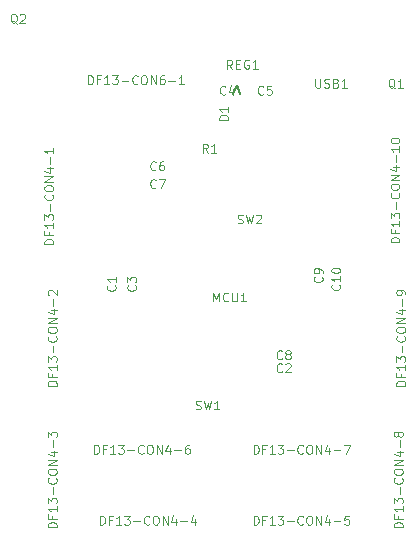
<source format=gto>
G04 (created by PCBNEW (25-Oct-2014 BZR 4029)-stable) date Fri 14 Aug 2015 02:05:26 PM EDT*
%MOIN*%
G04 Gerber Fmt 3.4, Leading zero omitted, Abs format*
%FSLAX34Y34*%
G01*
G70*
G90*
G04 APERTURE LIST*
%ADD10C,0.00393701*%
%ADD11C,0.00492126*%
%ADD12C,0.00590551*%
G04 APERTURE END LIST*
G54D10*
G54D11*
X45655Y-48741D02*
X45655Y-48446D01*
X45725Y-48446D01*
X45767Y-48460D01*
X45795Y-48488D01*
X45809Y-48516D01*
X45823Y-48572D01*
X45823Y-48615D01*
X45809Y-48671D01*
X45795Y-48699D01*
X45767Y-48727D01*
X45725Y-48741D01*
X45655Y-48741D01*
X46048Y-48586D02*
X45950Y-48586D01*
X45950Y-48741D02*
X45950Y-48446D01*
X46091Y-48446D01*
X46358Y-48741D02*
X46189Y-48741D01*
X46273Y-48741D02*
X46273Y-48446D01*
X46245Y-48488D01*
X46217Y-48516D01*
X46189Y-48530D01*
X46456Y-48446D02*
X46639Y-48446D01*
X46541Y-48558D01*
X46583Y-48558D01*
X46611Y-48572D01*
X46625Y-48586D01*
X46639Y-48615D01*
X46639Y-48685D01*
X46625Y-48713D01*
X46611Y-48727D01*
X46583Y-48741D01*
X46498Y-48741D01*
X46470Y-48727D01*
X46456Y-48713D01*
X46766Y-48629D02*
X46991Y-48629D01*
X47300Y-48713D02*
X47286Y-48727D01*
X47244Y-48741D01*
X47215Y-48741D01*
X47173Y-48727D01*
X47145Y-48699D01*
X47131Y-48671D01*
X47117Y-48615D01*
X47117Y-48572D01*
X47131Y-48516D01*
X47145Y-48488D01*
X47173Y-48460D01*
X47215Y-48446D01*
X47244Y-48446D01*
X47286Y-48460D01*
X47300Y-48474D01*
X47483Y-48446D02*
X47539Y-48446D01*
X47567Y-48460D01*
X47595Y-48488D01*
X47609Y-48544D01*
X47609Y-48643D01*
X47595Y-48699D01*
X47567Y-48727D01*
X47539Y-48741D01*
X47483Y-48741D01*
X47455Y-48727D01*
X47426Y-48699D01*
X47412Y-48643D01*
X47412Y-48544D01*
X47426Y-48488D01*
X47455Y-48460D01*
X47483Y-48446D01*
X47736Y-48741D02*
X47736Y-48446D01*
X47904Y-48741D01*
X47904Y-48446D01*
X48172Y-48544D02*
X48172Y-48741D01*
X48101Y-48432D02*
X48031Y-48643D01*
X48214Y-48643D01*
X48326Y-48629D02*
X48551Y-48629D01*
X48818Y-48544D02*
X48818Y-48741D01*
X48748Y-48432D02*
X48678Y-48643D01*
X48861Y-48643D01*
X49419Y-41300D02*
X49419Y-41005D01*
X49517Y-41216D01*
X49616Y-41005D01*
X49616Y-41300D01*
X49925Y-41272D02*
X49911Y-41286D01*
X49869Y-41300D01*
X49841Y-41300D01*
X49798Y-41286D01*
X49770Y-41258D01*
X49756Y-41230D01*
X49742Y-41174D01*
X49742Y-41131D01*
X49756Y-41075D01*
X49770Y-41047D01*
X49798Y-41019D01*
X49841Y-41005D01*
X49869Y-41005D01*
X49911Y-41019D01*
X49925Y-41033D01*
X50052Y-41005D02*
X50052Y-41244D01*
X50066Y-41272D01*
X50080Y-41286D01*
X50108Y-41300D01*
X50164Y-41300D01*
X50192Y-41286D01*
X50206Y-41272D01*
X50220Y-41244D01*
X50220Y-41005D01*
X50516Y-41300D02*
X50347Y-41300D01*
X50431Y-41300D02*
X50431Y-41005D01*
X50403Y-41047D01*
X50375Y-41075D01*
X50347Y-41089D01*
X52833Y-33879D02*
X52833Y-34118D01*
X52847Y-34146D01*
X52861Y-34160D01*
X52889Y-34174D01*
X52945Y-34174D01*
X52973Y-34160D01*
X52987Y-34146D01*
X53001Y-34118D01*
X53001Y-33879D01*
X53128Y-34160D02*
X53170Y-34174D01*
X53241Y-34174D01*
X53269Y-34160D01*
X53283Y-34146D01*
X53297Y-34118D01*
X53297Y-34090D01*
X53283Y-34062D01*
X53269Y-34048D01*
X53241Y-34034D01*
X53184Y-34019D01*
X53156Y-34005D01*
X53142Y-33991D01*
X53128Y-33963D01*
X53128Y-33935D01*
X53142Y-33907D01*
X53156Y-33893D01*
X53184Y-33879D01*
X53255Y-33879D01*
X53297Y-33893D01*
X53522Y-34019D02*
X53564Y-34034D01*
X53578Y-34048D01*
X53592Y-34076D01*
X53592Y-34118D01*
X53578Y-34146D01*
X53564Y-34160D01*
X53536Y-34174D01*
X53423Y-34174D01*
X53423Y-33879D01*
X53522Y-33879D01*
X53550Y-33893D01*
X53564Y-33907D01*
X53578Y-33935D01*
X53578Y-33963D01*
X53564Y-33991D01*
X53550Y-34005D01*
X53522Y-34019D01*
X53423Y-34019D01*
X53873Y-34174D02*
X53705Y-34174D01*
X53789Y-34174D02*
X53789Y-33879D01*
X53761Y-33921D01*
X53733Y-33949D01*
X53705Y-33963D01*
X50063Y-33544D02*
X49964Y-33404D01*
X49894Y-33544D02*
X49894Y-33249D01*
X50007Y-33249D01*
X50035Y-33263D01*
X50049Y-33277D01*
X50063Y-33305D01*
X50063Y-33347D01*
X50049Y-33375D01*
X50035Y-33390D01*
X50007Y-33404D01*
X49894Y-33404D01*
X50189Y-33390D02*
X50288Y-33390D01*
X50330Y-33544D02*
X50189Y-33544D01*
X50189Y-33249D01*
X50330Y-33249D01*
X50611Y-33263D02*
X50583Y-33249D01*
X50541Y-33249D01*
X50499Y-33263D01*
X50471Y-33291D01*
X50456Y-33319D01*
X50442Y-33375D01*
X50442Y-33418D01*
X50456Y-33474D01*
X50471Y-33502D01*
X50499Y-33530D01*
X50541Y-33544D01*
X50569Y-33544D01*
X50611Y-33530D01*
X50625Y-33516D01*
X50625Y-33418D01*
X50569Y-33418D01*
X50906Y-33544D02*
X50738Y-33544D01*
X50822Y-33544D02*
X50822Y-33249D01*
X50794Y-33291D01*
X50766Y-33319D01*
X50738Y-33333D01*
X55483Y-34202D02*
X55455Y-34188D01*
X55427Y-34160D01*
X55385Y-34118D01*
X55357Y-34104D01*
X55329Y-34104D01*
X55343Y-34174D02*
X55314Y-34160D01*
X55286Y-34132D01*
X55272Y-34076D01*
X55272Y-33977D01*
X55286Y-33921D01*
X55314Y-33893D01*
X55343Y-33879D01*
X55399Y-33879D01*
X55427Y-33893D01*
X55455Y-33921D01*
X55469Y-33977D01*
X55469Y-34076D01*
X55455Y-34132D01*
X55427Y-34160D01*
X55399Y-34174D01*
X55343Y-34174D01*
X55750Y-34174D02*
X55582Y-34174D01*
X55666Y-34174D02*
X55666Y-33879D01*
X55638Y-33921D01*
X55610Y-33949D01*
X55582Y-33963D01*
X42885Y-32037D02*
X42857Y-32023D01*
X42829Y-31995D01*
X42786Y-31953D01*
X42758Y-31938D01*
X42730Y-31938D01*
X42744Y-32009D02*
X42716Y-31995D01*
X42688Y-31967D01*
X42674Y-31910D01*
X42674Y-31812D01*
X42688Y-31756D01*
X42716Y-31728D01*
X42744Y-31714D01*
X42800Y-31714D01*
X42829Y-31728D01*
X42857Y-31756D01*
X42871Y-31812D01*
X42871Y-31910D01*
X42857Y-31967D01*
X42829Y-31995D01*
X42800Y-32009D01*
X42744Y-32009D01*
X42983Y-31742D02*
X42997Y-31728D01*
X43025Y-31714D01*
X43096Y-31714D01*
X43124Y-31728D01*
X43138Y-31742D01*
X43152Y-31770D01*
X43152Y-31798D01*
X43138Y-31840D01*
X42969Y-32009D01*
X43152Y-32009D01*
X45261Y-34056D02*
X45261Y-33761D01*
X45331Y-33761D01*
X45374Y-33775D01*
X45402Y-33803D01*
X45416Y-33831D01*
X45430Y-33887D01*
X45430Y-33929D01*
X45416Y-33986D01*
X45402Y-34014D01*
X45374Y-34042D01*
X45331Y-34056D01*
X45261Y-34056D01*
X45655Y-33901D02*
X45556Y-33901D01*
X45556Y-34056D02*
X45556Y-33761D01*
X45697Y-33761D01*
X45964Y-34056D02*
X45795Y-34056D01*
X45880Y-34056D02*
X45880Y-33761D01*
X45852Y-33803D01*
X45823Y-33831D01*
X45795Y-33845D01*
X46062Y-33761D02*
X46245Y-33761D01*
X46147Y-33873D01*
X46189Y-33873D01*
X46217Y-33887D01*
X46231Y-33901D01*
X46245Y-33929D01*
X46245Y-34000D01*
X46231Y-34028D01*
X46217Y-34042D01*
X46189Y-34056D01*
X46105Y-34056D01*
X46077Y-34042D01*
X46062Y-34028D01*
X46372Y-33944D02*
X46597Y-33944D01*
X46906Y-34028D02*
X46892Y-34042D01*
X46850Y-34056D01*
X46822Y-34056D01*
X46780Y-34042D01*
X46751Y-34014D01*
X46737Y-33986D01*
X46723Y-33929D01*
X46723Y-33887D01*
X46737Y-33831D01*
X46751Y-33803D01*
X46780Y-33775D01*
X46822Y-33761D01*
X46850Y-33761D01*
X46892Y-33775D01*
X46906Y-33789D01*
X47089Y-33761D02*
X47145Y-33761D01*
X47173Y-33775D01*
X47201Y-33803D01*
X47215Y-33859D01*
X47215Y-33958D01*
X47201Y-34014D01*
X47173Y-34042D01*
X47145Y-34056D01*
X47089Y-34056D01*
X47061Y-34042D01*
X47033Y-34014D01*
X47019Y-33958D01*
X47019Y-33859D01*
X47033Y-33803D01*
X47061Y-33775D01*
X47089Y-33761D01*
X47342Y-34056D02*
X47342Y-33761D01*
X47511Y-34056D01*
X47511Y-33761D01*
X47778Y-33761D02*
X47722Y-33761D01*
X47694Y-33775D01*
X47679Y-33789D01*
X47651Y-33831D01*
X47637Y-33887D01*
X47637Y-34000D01*
X47651Y-34028D01*
X47665Y-34042D01*
X47694Y-34056D01*
X47750Y-34056D01*
X47778Y-34042D01*
X47792Y-34028D01*
X47806Y-34000D01*
X47806Y-33929D01*
X47792Y-33901D01*
X47778Y-33887D01*
X47750Y-33873D01*
X47694Y-33873D01*
X47665Y-33887D01*
X47651Y-33901D01*
X47637Y-33929D01*
X47933Y-33944D02*
X48158Y-33944D01*
X48453Y-34056D02*
X48284Y-34056D01*
X48368Y-34056D02*
X48368Y-33761D01*
X48340Y-33803D01*
X48312Y-33831D01*
X48284Y-33845D01*
X45458Y-46379D02*
X45458Y-46084D01*
X45528Y-46084D01*
X45570Y-46098D01*
X45598Y-46126D01*
X45613Y-46154D01*
X45627Y-46210D01*
X45627Y-46252D01*
X45613Y-46309D01*
X45598Y-46337D01*
X45570Y-46365D01*
X45528Y-46379D01*
X45458Y-46379D01*
X45852Y-46224D02*
X45753Y-46224D01*
X45753Y-46379D02*
X45753Y-46084D01*
X45894Y-46084D01*
X46161Y-46379D02*
X45992Y-46379D01*
X46077Y-46379D02*
X46077Y-46084D01*
X46048Y-46126D01*
X46020Y-46154D01*
X45992Y-46168D01*
X46259Y-46084D02*
X46442Y-46084D01*
X46344Y-46196D01*
X46386Y-46196D01*
X46414Y-46210D01*
X46428Y-46224D01*
X46442Y-46252D01*
X46442Y-46323D01*
X46428Y-46351D01*
X46414Y-46365D01*
X46386Y-46379D01*
X46302Y-46379D01*
X46273Y-46365D01*
X46259Y-46351D01*
X46569Y-46266D02*
X46794Y-46266D01*
X47103Y-46351D02*
X47089Y-46365D01*
X47047Y-46379D01*
X47019Y-46379D01*
X46976Y-46365D01*
X46948Y-46337D01*
X46934Y-46309D01*
X46920Y-46252D01*
X46920Y-46210D01*
X46934Y-46154D01*
X46948Y-46126D01*
X46976Y-46098D01*
X47019Y-46084D01*
X47047Y-46084D01*
X47089Y-46098D01*
X47103Y-46112D01*
X47286Y-46084D02*
X47342Y-46084D01*
X47370Y-46098D01*
X47398Y-46126D01*
X47412Y-46182D01*
X47412Y-46280D01*
X47398Y-46337D01*
X47370Y-46365D01*
X47342Y-46379D01*
X47286Y-46379D01*
X47258Y-46365D01*
X47230Y-46337D01*
X47215Y-46280D01*
X47215Y-46182D01*
X47230Y-46126D01*
X47258Y-46098D01*
X47286Y-46084D01*
X47539Y-46379D02*
X47539Y-46084D01*
X47708Y-46379D01*
X47708Y-46084D01*
X47975Y-46182D02*
X47975Y-46379D01*
X47904Y-46070D02*
X47834Y-46280D01*
X48017Y-46280D01*
X48129Y-46266D02*
X48354Y-46266D01*
X48622Y-46084D02*
X48565Y-46084D01*
X48537Y-46098D01*
X48523Y-46112D01*
X48495Y-46154D01*
X48481Y-46210D01*
X48481Y-46323D01*
X48495Y-46351D01*
X48509Y-46365D01*
X48537Y-46379D01*
X48593Y-46379D01*
X48622Y-46365D01*
X48636Y-46351D01*
X48650Y-46323D01*
X48650Y-46252D01*
X48636Y-46224D01*
X48622Y-46210D01*
X48593Y-46196D01*
X48537Y-46196D01*
X48509Y-46210D01*
X48495Y-46224D01*
X48481Y-46252D01*
X44095Y-39384D02*
X43800Y-39384D01*
X43800Y-39313D01*
X43814Y-39271D01*
X43842Y-39243D01*
X43870Y-39229D01*
X43927Y-39215D01*
X43969Y-39215D01*
X44025Y-39229D01*
X44053Y-39243D01*
X44081Y-39271D01*
X44095Y-39313D01*
X44095Y-39384D01*
X43941Y-38990D02*
X43941Y-39088D01*
X44095Y-39088D02*
X43800Y-39088D01*
X43800Y-38948D01*
X44095Y-38681D02*
X44095Y-38849D01*
X44095Y-38765D02*
X43800Y-38765D01*
X43842Y-38793D01*
X43870Y-38821D01*
X43884Y-38849D01*
X43800Y-38582D02*
X43800Y-38399D01*
X43913Y-38498D01*
X43913Y-38456D01*
X43927Y-38428D01*
X43941Y-38413D01*
X43969Y-38399D01*
X44039Y-38399D01*
X44067Y-38413D01*
X44081Y-38428D01*
X44095Y-38456D01*
X44095Y-38540D01*
X44081Y-38568D01*
X44067Y-38582D01*
X43983Y-38273D02*
X43983Y-38048D01*
X44067Y-37739D02*
X44081Y-37753D01*
X44095Y-37795D01*
X44095Y-37823D01*
X44081Y-37865D01*
X44053Y-37893D01*
X44025Y-37907D01*
X43969Y-37921D01*
X43927Y-37921D01*
X43870Y-37907D01*
X43842Y-37893D01*
X43814Y-37865D01*
X43800Y-37823D01*
X43800Y-37795D01*
X43814Y-37753D01*
X43828Y-37739D01*
X43800Y-37556D02*
X43800Y-37499D01*
X43814Y-37471D01*
X43842Y-37443D01*
X43899Y-37429D01*
X43997Y-37429D01*
X44053Y-37443D01*
X44081Y-37471D01*
X44095Y-37499D01*
X44095Y-37556D01*
X44081Y-37584D01*
X44053Y-37612D01*
X43997Y-37626D01*
X43899Y-37626D01*
X43842Y-37612D01*
X43814Y-37584D01*
X43800Y-37556D01*
X44095Y-37303D02*
X43800Y-37303D01*
X44095Y-37134D01*
X43800Y-37134D01*
X43899Y-36867D02*
X44095Y-36867D01*
X43786Y-36937D02*
X43997Y-37007D01*
X43997Y-36825D01*
X43983Y-36712D02*
X43983Y-36487D01*
X44095Y-36192D02*
X44095Y-36361D01*
X44095Y-36276D02*
X43800Y-36276D01*
X43842Y-36304D01*
X43870Y-36332D01*
X43884Y-36361D01*
X44214Y-44108D02*
X43918Y-44108D01*
X43918Y-44038D01*
X43932Y-43996D01*
X43960Y-43967D01*
X43989Y-43953D01*
X44045Y-43939D01*
X44087Y-43939D01*
X44143Y-43953D01*
X44171Y-43967D01*
X44199Y-43996D01*
X44214Y-44038D01*
X44214Y-44108D01*
X44059Y-43714D02*
X44059Y-43813D01*
X44214Y-43813D02*
X43918Y-43813D01*
X43918Y-43672D01*
X44214Y-43405D02*
X44214Y-43574D01*
X44214Y-43489D02*
X43918Y-43489D01*
X43960Y-43517D01*
X43989Y-43546D01*
X44003Y-43574D01*
X43918Y-43307D02*
X43918Y-43124D01*
X44031Y-43222D01*
X44031Y-43180D01*
X44045Y-43152D01*
X44059Y-43138D01*
X44087Y-43124D01*
X44157Y-43124D01*
X44185Y-43138D01*
X44199Y-43152D01*
X44214Y-43180D01*
X44214Y-43264D01*
X44199Y-43293D01*
X44185Y-43307D01*
X44101Y-42997D02*
X44101Y-42772D01*
X44185Y-42463D02*
X44199Y-42477D01*
X44214Y-42519D01*
X44214Y-42547D01*
X44199Y-42589D01*
X44171Y-42618D01*
X44143Y-42632D01*
X44087Y-42646D01*
X44045Y-42646D01*
X43989Y-42632D01*
X43960Y-42618D01*
X43932Y-42589D01*
X43918Y-42547D01*
X43918Y-42519D01*
X43932Y-42477D01*
X43946Y-42463D01*
X43918Y-42280D02*
X43918Y-42224D01*
X43932Y-42196D01*
X43960Y-42168D01*
X44017Y-42154D01*
X44115Y-42154D01*
X44171Y-42168D01*
X44199Y-42196D01*
X44214Y-42224D01*
X44214Y-42280D01*
X44199Y-42308D01*
X44171Y-42336D01*
X44115Y-42350D01*
X44017Y-42350D01*
X43960Y-42336D01*
X43932Y-42308D01*
X43918Y-42280D01*
X44214Y-42027D02*
X43918Y-42027D01*
X44214Y-41858D01*
X43918Y-41858D01*
X44017Y-41591D02*
X44214Y-41591D01*
X43904Y-41661D02*
X44115Y-41732D01*
X44115Y-41549D01*
X44101Y-41437D02*
X44101Y-41212D01*
X43946Y-41085D02*
X43932Y-41071D01*
X43918Y-41043D01*
X43918Y-40973D01*
X43932Y-40944D01*
X43946Y-40930D01*
X43974Y-40916D01*
X44003Y-40916D01*
X44045Y-40930D01*
X44214Y-41099D01*
X44214Y-40916D01*
X44214Y-48832D02*
X43918Y-48832D01*
X43918Y-48762D01*
X43932Y-48720D01*
X43960Y-48692D01*
X43989Y-48678D01*
X44045Y-48664D01*
X44087Y-48664D01*
X44143Y-48678D01*
X44171Y-48692D01*
X44199Y-48720D01*
X44214Y-48762D01*
X44214Y-48832D01*
X44059Y-48439D02*
X44059Y-48537D01*
X44214Y-48537D02*
X43918Y-48537D01*
X43918Y-48397D01*
X44214Y-48129D02*
X44214Y-48298D01*
X44214Y-48214D02*
X43918Y-48214D01*
X43960Y-48242D01*
X43989Y-48270D01*
X44003Y-48298D01*
X43918Y-48031D02*
X43918Y-47848D01*
X44031Y-47947D01*
X44031Y-47904D01*
X44045Y-47876D01*
X44059Y-47862D01*
X44087Y-47848D01*
X44157Y-47848D01*
X44185Y-47862D01*
X44199Y-47876D01*
X44214Y-47904D01*
X44214Y-47989D01*
X44199Y-48017D01*
X44185Y-48031D01*
X44101Y-47722D02*
X44101Y-47497D01*
X44185Y-47187D02*
X44199Y-47201D01*
X44214Y-47244D01*
X44214Y-47272D01*
X44199Y-47314D01*
X44171Y-47342D01*
X44143Y-47356D01*
X44087Y-47370D01*
X44045Y-47370D01*
X43989Y-47356D01*
X43960Y-47342D01*
X43932Y-47314D01*
X43918Y-47272D01*
X43918Y-47244D01*
X43932Y-47201D01*
X43946Y-47187D01*
X43918Y-47005D02*
X43918Y-46948D01*
X43932Y-46920D01*
X43960Y-46892D01*
X44017Y-46878D01*
X44115Y-46878D01*
X44171Y-46892D01*
X44199Y-46920D01*
X44214Y-46948D01*
X44214Y-47005D01*
X44199Y-47033D01*
X44171Y-47061D01*
X44115Y-47075D01*
X44017Y-47075D01*
X43960Y-47061D01*
X43932Y-47033D01*
X43918Y-47005D01*
X44214Y-46751D02*
X43918Y-46751D01*
X44214Y-46583D01*
X43918Y-46583D01*
X44017Y-46316D02*
X44214Y-46316D01*
X43904Y-46386D02*
X44115Y-46456D01*
X44115Y-46273D01*
X44101Y-46161D02*
X44101Y-45936D01*
X43918Y-45823D02*
X43918Y-45641D01*
X44031Y-45739D01*
X44031Y-45697D01*
X44045Y-45669D01*
X44059Y-45655D01*
X44087Y-45641D01*
X44157Y-45641D01*
X44185Y-45655D01*
X44199Y-45669D01*
X44214Y-45697D01*
X44214Y-45781D01*
X44199Y-45809D01*
X44185Y-45823D01*
X50773Y-48741D02*
X50773Y-48446D01*
X50843Y-48446D01*
X50885Y-48460D01*
X50913Y-48488D01*
X50928Y-48516D01*
X50942Y-48572D01*
X50942Y-48615D01*
X50928Y-48671D01*
X50913Y-48699D01*
X50885Y-48727D01*
X50843Y-48741D01*
X50773Y-48741D01*
X51167Y-48586D02*
X51068Y-48586D01*
X51068Y-48741D02*
X51068Y-48446D01*
X51209Y-48446D01*
X51476Y-48741D02*
X51307Y-48741D01*
X51392Y-48741D02*
X51392Y-48446D01*
X51363Y-48488D01*
X51335Y-48516D01*
X51307Y-48530D01*
X51574Y-48446D02*
X51757Y-48446D01*
X51659Y-48558D01*
X51701Y-48558D01*
X51729Y-48572D01*
X51743Y-48586D01*
X51757Y-48615D01*
X51757Y-48685D01*
X51743Y-48713D01*
X51729Y-48727D01*
X51701Y-48741D01*
X51616Y-48741D01*
X51588Y-48727D01*
X51574Y-48713D01*
X51884Y-48629D02*
X52109Y-48629D01*
X52418Y-48713D02*
X52404Y-48727D01*
X52362Y-48741D01*
X52334Y-48741D01*
X52291Y-48727D01*
X52263Y-48699D01*
X52249Y-48671D01*
X52235Y-48615D01*
X52235Y-48572D01*
X52249Y-48516D01*
X52263Y-48488D01*
X52291Y-48460D01*
X52334Y-48446D01*
X52362Y-48446D01*
X52404Y-48460D01*
X52418Y-48474D01*
X52601Y-48446D02*
X52657Y-48446D01*
X52685Y-48460D01*
X52713Y-48488D01*
X52727Y-48544D01*
X52727Y-48643D01*
X52713Y-48699D01*
X52685Y-48727D01*
X52657Y-48741D01*
X52601Y-48741D01*
X52573Y-48727D01*
X52544Y-48699D01*
X52530Y-48643D01*
X52530Y-48544D01*
X52544Y-48488D01*
X52573Y-48460D01*
X52601Y-48446D01*
X52854Y-48741D02*
X52854Y-48446D01*
X53023Y-48741D01*
X53023Y-48446D01*
X53290Y-48544D02*
X53290Y-48741D01*
X53219Y-48432D02*
X53149Y-48643D01*
X53332Y-48643D01*
X53444Y-48629D02*
X53669Y-48629D01*
X53951Y-48446D02*
X53810Y-48446D01*
X53796Y-48586D01*
X53810Y-48572D01*
X53838Y-48558D01*
X53908Y-48558D01*
X53937Y-48572D01*
X53951Y-48586D01*
X53965Y-48615D01*
X53965Y-48685D01*
X53951Y-48713D01*
X53937Y-48727D01*
X53908Y-48741D01*
X53838Y-48741D01*
X53810Y-48727D01*
X53796Y-48713D01*
X50773Y-46379D02*
X50773Y-46084D01*
X50843Y-46084D01*
X50885Y-46098D01*
X50913Y-46126D01*
X50928Y-46154D01*
X50942Y-46210D01*
X50942Y-46252D01*
X50928Y-46309D01*
X50913Y-46337D01*
X50885Y-46365D01*
X50843Y-46379D01*
X50773Y-46379D01*
X51167Y-46224D02*
X51068Y-46224D01*
X51068Y-46379D02*
X51068Y-46084D01*
X51209Y-46084D01*
X51476Y-46379D02*
X51307Y-46379D01*
X51392Y-46379D02*
X51392Y-46084D01*
X51363Y-46126D01*
X51335Y-46154D01*
X51307Y-46168D01*
X51574Y-46084D02*
X51757Y-46084D01*
X51659Y-46196D01*
X51701Y-46196D01*
X51729Y-46210D01*
X51743Y-46224D01*
X51757Y-46252D01*
X51757Y-46323D01*
X51743Y-46351D01*
X51729Y-46365D01*
X51701Y-46379D01*
X51616Y-46379D01*
X51588Y-46365D01*
X51574Y-46351D01*
X51884Y-46266D02*
X52109Y-46266D01*
X52418Y-46351D02*
X52404Y-46365D01*
X52362Y-46379D01*
X52334Y-46379D01*
X52291Y-46365D01*
X52263Y-46337D01*
X52249Y-46309D01*
X52235Y-46252D01*
X52235Y-46210D01*
X52249Y-46154D01*
X52263Y-46126D01*
X52291Y-46098D01*
X52334Y-46084D01*
X52362Y-46084D01*
X52404Y-46098D01*
X52418Y-46112D01*
X52601Y-46084D02*
X52657Y-46084D01*
X52685Y-46098D01*
X52713Y-46126D01*
X52727Y-46182D01*
X52727Y-46280D01*
X52713Y-46337D01*
X52685Y-46365D01*
X52657Y-46379D01*
X52601Y-46379D01*
X52573Y-46365D01*
X52544Y-46337D01*
X52530Y-46280D01*
X52530Y-46182D01*
X52544Y-46126D01*
X52573Y-46098D01*
X52601Y-46084D01*
X52854Y-46379D02*
X52854Y-46084D01*
X53023Y-46379D01*
X53023Y-46084D01*
X53290Y-46182D02*
X53290Y-46379D01*
X53219Y-46070D02*
X53149Y-46280D01*
X53332Y-46280D01*
X53444Y-46266D02*
X53669Y-46266D01*
X53782Y-46084D02*
X53979Y-46084D01*
X53852Y-46379D01*
X55749Y-48832D02*
X55454Y-48832D01*
X55454Y-48762D01*
X55468Y-48720D01*
X55496Y-48692D01*
X55524Y-48678D01*
X55580Y-48664D01*
X55622Y-48664D01*
X55679Y-48678D01*
X55707Y-48692D01*
X55735Y-48720D01*
X55749Y-48762D01*
X55749Y-48832D01*
X55594Y-48439D02*
X55594Y-48537D01*
X55749Y-48537D02*
X55454Y-48537D01*
X55454Y-48397D01*
X55749Y-48129D02*
X55749Y-48298D01*
X55749Y-48214D02*
X55454Y-48214D01*
X55496Y-48242D01*
X55524Y-48270D01*
X55538Y-48298D01*
X55454Y-48031D02*
X55454Y-47848D01*
X55566Y-47947D01*
X55566Y-47904D01*
X55580Y-47876D01*
X55594Y-47862D01*
X55622Y-47848D01*
X55693Y-47848D01*
X55721Y-47862D01*
X55735Y-47876D01*
X55749Y-47904D01*
X55749Y-47989D01*
X55735Y-48017D01*
X55721Y-48031D01*
X55636Y-47722D02*
X55636Y-47497D01*
X55721Y-47187D02*
X55735Y-47201D01*
X55749Y-47244D01*
X55749Y-47272D01*
X55735Y-47314D01*
X55707Y-47342D01*
X55679Y-47356D01*
X55622Y-47370D01*
X55580Y-47370D01*
X55524Y-47356D01*
X55496Y-47342D01*
X55468Y-47314D01*
X55454Y-47272D01*
X55454Y-47244D01*
X55468Y-47201D01*
X55482Y-47187D01*
X55454Y-47005D02*
X55454Y-46948D01*
X55468Y-46920D01*
X55496Y-46892D01*
X55552Y-46878D01*
X55651Y-46878D01*
X55707Y-46892D01*
X55735Y-46920D01*
X55749Y-46948D01*
X55749Y-47005D01*
X55735Y-47033D01*
X55707Y-47061D01*
X55651Y-47075D01*
X55552Y-47075D01*
X55496Y-47061D01*
X55468Y-47033D01*
X55454Y-47005D01*
X55749Y-46751D02*
X55454Y-46751D01*
X55749Y-46583D01*
X55454Y-46583D01*
X55552Y-46316D02*
X55749Y-46316D01*
X55440Y-46386D02*
X55651Y-46456D01*
X55651Y-46273D01*
X55636Y-46161D02*
X55636Y-45936D01*
X55580Y-45753D02*
X55566Y-45781D01*
X55552Y-45795D01*
X55524Y-45809D01*
X55510Y-45809D01*
X55482Y-45795D01*
X55468Y-45781D01*
X55454Y-45753D01*
X55454Y-45697D01*
X55468Y-45669D01*
X55482Y-45655D01*
X55510Y-45641D01*
X55524Y-45641D01*
X55552Y-45655D01*
X55566Y-45669D01*
X55580Y-45697D01*
X55580Y-45753D01*
X55594Y-45781D01*
X55608Y-45795D01*
X55636Y-45809D01*
X55693Y-45809D01*
X55721Y-45795D01*
X55735Y-45781D01*
X55749Y-45753D01*
X55749Y-45697D01*
X55735Y-45669D01*
X55721Y-45655D01*
X55693Y-45641D01*
X55636Y-45641D01*
X55608Y-45655D01*
X55594Y-45669D01*
X55580Y-45697D01*
X55828Y-44108D02*
X55532Y-44108D01*
X55532Y-44038D01*
X55546Y-43996D01*
X55575Y-43967D01*
X55603Y-43953D01*
X55659Y-43939D01*
X55701Y-43939D01*
X55757Y-43953D01*
X55785Y-43967D01*
X55814Y-43996D01*
X55828Y-44038D01*
X55828Y-44108D01*
X55673Y-43714D02*
X55673Y-43813D01*
X55828Y-43813D02*
X55532Y-43813D01*
X55532Y-43672D01*
X55828Y-43405D02*
X55828Y-43574D01*
X55828Y-43489D02*
X55532Y-43489D01*
X55575Y-43517D01*
X55603Y-43546D01*
X55617Y-43574D01*
X55532Y-43307D02*
X55532Y-43124D01*
X55645Y-43222D01*
X55645Y-43180D01*
X55659Y-43152D01*
X55673Y-43138D01*
X55701Y-43124D01*
X55771Y-43124D01*
X55800Y-43138D01*
X55814Y-43152D01*
X55828Y-43180D01*
X55828Y-43264D01*
X55814Y-43293D01*
X55800Y-43307D01*
X55715Y-42997D02*
X55715Y-42772D01*
X55800Y-42463D02*
X55814Y-42477D01*
X55828Y-42519D01*
X55828Y-42547D01*
X55814Y-42589D01*
X55785Y-42618D01*
X55757Y-42632D01*
X55701Y-42646D01*
X55659Y-42646D01*
X55603Y-42632D01*
X55575Y-42618D01*
X55546Y-42589D01*
X55532Y-42547D01*
X55532Y-42519D01*
X55546Y-42477D01*
X55561Y-42463D01*
X55532Y-42280D02*
X55532Y-42224D01*
X55546Y-42196D01*
X55575Y-42168D01*
X55631Y-42154D01*
X55729Y-42154D01*
X55785Y-42168D01*
X55814Y-42196D01*
X55828Y-42224D01*
X55828Y-42280D01*
X55814Y-42308D01*
X55785Y-42336D01*
X55729Y-42350D01*
X55631Y-42350D01*
X55575Y-42336D01*
X55546Y-42308D01*
X55532Y-42280D01*
X55828Y-42027D02*
X55532Y-42027D01*
X55828Y-41858D01*
X55532Y-41858D01*
X55631Y-41591D02*
X55828Y-41591D01*
X55518Y-41661D02*
X55729Y-41732D01*
X55729Y-41549D01*
X55715Y-41437D02*
X55715Y-41212D01*
X55828Y-41057D02*
X55828Y-41001D01*
X55814Y-40973D01*
X55800Y-40958D01*
X55757Y-40930D01*
X55701Y-40916D01*
X55589Y-40916D01*
X55561Y-40930D01*
X55546Y-40944D01*
X55532Y-40973D01*
X55532Y-41029D01*
X55546Y-41057D01*
X55561Y-41071D01*
X55589Y-41085D01*
X55659Y-41085D01*
X55687Y-41071D01*
X55701Y-41057D01*
X55715Y-41029D01*
X55715Y-40973D01*
X55701Y-40944D01*
X55687Y-40930D01*
X55659Y-40916D01*
X55631Y-39327D02*
X55336Y-39327D01*
X55336Y-39257D01*
X55350Y-39215D01*
X55378Y-39187D01*
X55406Y-39173D01*
X55462Y-39159D01*
X55504Y-39159D01*
X55561Y-39173D01*
X55589Y-39187D01*
X55617Y-39215D01*
X55631Y-39257D01*
X55631Y-39327D01*
X55476Y-38934D02*
X55476Y-39032D01*
X55631Y-39032D02*
X55336Y-39032D01*
X55336Y-38892D01*
X55631Y-38624D02*
X55631Y-38793D01*
X55631Y-38709D02*
X55336Y-38709D01*
X55378Y-38737D01*
X55406Y-38765D01*
X55420Y-38793D01*
X55336Y-38526D02*
X55336Y-38343D01*
X55448Y-38442D01*
X55448Y-38399D01*
X55462Y-38371D01*
X55476Y-38357D01*
X55504Y-38343D01*
X55575Y-38343D01*
X55603Y-38357D01*
X55617Y-38371D01*
X55631Y-38399D01*
X55631Y-38484D01*
X55617Y-38512D01*
X55603Y-38526D01*
X55518Y-38217D02*
X55518Y-37992D01*
X55603Y-37682D02*
X55617Y-37696D01*
X55631Y-37739D01*
X55631Y-37767D01*
X55617Y-37809D01*
X55589Y-37837D01*
X55561Y-37851D01*
X55504Y-37865D01*
X55462Y-37865D01*
X55406Y-37851D01*
X55378Y-37837D01*
X55350Y-37809D01*
X55336Y-37767D01*
X55336Y-37739D01*
X55350Y-37696D01*
X55364Y-37682D01*
X55336Y-37499D02*
X55336Y-37443D01*
X55350Y-37415D01*
X55378Y-37387D01*
X55434Y-37373D01*
X55532Y-37373D01*
X55589Y-37387D01*
X55617Y-37415D01*
X55631Y-37443D01*
X55631Y-37499D01*
X55617Y-37528D01*
X55589Y-37556D01*
X55532Y-37570D01*
X55434Y-37570D01*
X55378Y-37556D01*
X55350Y-37528D01*
X55336Y-37499D01*
X55631Y-37246D02*
X55336Y-37246D01*
X55631Y-37078D01*
X55336Y-37078D01*
X55434Y-36811D02*
X55631Y-36811D01*
X55321Y-36881D02*
X55532Y-36951D01*
X55532Y-36768D01*
X55518Y-36656D02*
X55518Y-36431D01*
X55631Y-36136D02*
X55631Y-36304D01*
X55631Y-36220D02*
X55336Y-36220D01*
X55378Y-36248D01*
X55406Y-36276D01*
X55420Y-36304D01*
X55336Y-35953D02*
X55336Y-35925D01*
X55350Y-35897D01*
X55364Y-35883D01*
X55392Y-35868D01*
X55448Y-35854D01*
X55518Y-35854D01*
X55575Y-35868D01*
X55603Y-35883D01*
X55617Y-35897D01*
X55631Y-35925D01*
X55631Y-35953D01*
X55617Y-35981D01*
X55603Y-35995D01*
X55575Y-36009D01*
X55518Y-36023D01*
X55448Y-36023D01*
X55392Y-36009D01*
X55364Y-35995D01*
X55350Y-35981D01*
X55336Y-35953D01*
X49922Y-35257D02*
X49627Y-35257D01*
X49627Y-35187D01*
X49641Y-35144D01*
X49669Y-35116D01*
X49697Y-35102D01*
X49753Y-35088D01*
X49796Y-35088D01*
X49852Y-35102D01*
X49880Y-35116D01*
X49908Y-35144D01*
X49922Y-35187D01*
X49922Y-35257D01*
X49922Y-34807D02*
X49922Y-34976D01*
X49922Y-34891D02*
X49627Y-34891D01*
X49669Y-34919D01*
X49697Y-34947D01*
X49711Y-34976D01*
G54D12*
X50093Y-34401D02*
X50206Y-34101D01*
X50318Y-34401D01*
G54D11*
X47509Y-37492D02*
X47495Y-37507D01*
X47453Y-37521D01*
X47425Y-37521D01*
X47383Y-37507D01*
X47355Y-37478D01*
X47341Y-37450D01*
X47327Y-37394D01*
X47327Y-37352D01*
X47341Y-37296D01*
X47355Y-37267D01*
X47383Y-37239D01*
X47425Y-37225D01*
X47453Y-37225D01*
X47495Y-37239D01*
X47509Y-37253D01*
X47608Y-37225D02*
X47805Y-37225D01*
X47678Y-37521D01*
X46823Y-40757D02*
X46837Y-40771D01*
X46851Y-40814D01*
X46851Y-40842D01*
X46837Y-40884D01*
X46809Y-40912D01*
X46781Y-40926D01*
X46725Y-40940D01*
X46683Y-40940D01*
X46626Y-40926D01*
X46598Y-40912D01*
X46570Y-40884D01*
X46556Y-40842D01*
X46556Y-40814D01*
X46570Y-40771D01*
X46584Y-40757D01*
X46556Y-40659D02*
X46556Y-40476D01*
X46669Y-40575D01*
X46669Y-40532D01*
X46683Y-40504D01*
X46697Y-40490D01*
X46725Y-40476D01*
X46795Y-40476D01*
X46823Y-40490D01*
X46837Y-40504D01*
X46851Y-40532D01*
X46851Y-40617D01*
X46837Y-40645D01*
X46823Y-40659D01*
X53044Y-40482D02*
X53058Y-40496D01*
X53072Y-40538D01*
X53072Y-40566D01*
X53058Y-40608D01*
X53030Y-40636D01*
X53001Y-40651D01*
X52945Y-40665D01*
X52903Y-40665D01*
X52847Y-40651D01*
X52819Y-40636D01*
X52791Y-40608D01*
X52776Y-40566D01*
X52776Y-40538D01*
X52791Y-40496D01*
X52805Y-40482D01*
X53072Y-40341D02*
X53072Y-40285D01*
X53058Y-40257D01*
X53044Y-40243D01*
X53001Y-40215D01*
X52945Y-40201D01*
X52833Y-40201D01*
X52805Y-40215D01*
X52791Y-40229D01*
X52776Y-40257D01*
X52776Y-40313D01*
X52791Y-40341D01*
X52805Y-40355D01*
X52833Y-40369D01*
X52903Y-40369D01*
X52931Y-40355D01*
X52945Y-40341D01*
X52959Y-40313D01*
X52959Y-40257D01*
X52945Y-40229D01*
X52931Y-40215D01*
X52903Y-40201D01*
X51722Y-43201D02*
X51708Y-43215D01*
X51666Y-43229D01*
X51638Y-43229D01*
X51595Y-43215D01*
X51567Y-43187D01*
X51553Y-43159D01*
X51539Y-43103D01*
X51539Y-43061D01*
X51553Y-43004D01*
X51567Y-42976D01*
X51595Y-42948D01*
X51638Y-42934D01*
X51666Y-42934D01*
X51708Y-42948D01*
X51722Y-42962D01*
X51891Y-43061D02*
X51863Y-43046D01*
X51848Y-43032D01*
X51834Y-43004D01*
X51834Y-42990D01*
X51848Y-42962D01*
X51863Y-42948D01*
X51891Y-42934D01*
X51947Y-42934D01*
X51975Y-42948D01*
X51989Y-42962D01*
X52003Y-42990D01*
X52003Y-43004D01*
X51989Y-43032D01*
X51975Y-43046D01*
X51947Y-43061D01*
X51891Y-43061D01*
X51863Y-43075D01*
X51848Y-43089D01*
X51834Y-43117D01*
X51834Y-43173D01*
X51848Y-43201D01*
X51863Y-43215D01*
X51891Y-43229D01*
X51947Y-43229D01*
X51975Y-43215D01*
X51989Y-43201D01*
X52003Y-43173D01*
X52003Y-43117D01*
X51989Y-43089D01*
X51975Y-43075D01*
X51947Y-43061D01*
X47509Y-36902D02*
X47495Y-36916D01*
X47453Y-36930D01*
X47425Y-36930D01*
X47383Y-36916D01*
X47355Y-36888D01*
X47341Y-36860D01*
X47327Y-36803D01*
X47327Y-36761D01*
X47341Y-36705D01*
X47355Y-36677D01*
X47383Y-36649D01*
X47425Y-36635D01*
X47453Y-36635D01*
X47495Y-36649D01*
X47509Y-36663D01*
X47762Y-36635D02*
X47706Y-36635D01*
X47678Y-36649D01*
X47664Y-36663D01*
X47636Y-36705D01*
X47622Y-36761D01*
X47622Y-36874D01*
X47636Y-36902D01*
X47650Y-36916D01*
X47678Y-36930D01*
X47734Y-36930D01*
X47762Y-36916D01*
X47776Y-36902D01*
X47791Y-36874D01*
X47791Y-36803D01*
X47776Y-36775D01*
X47762Y-36761D01*
X47734Y-36747D01*
X47678Y-36747D01*
X47650Y-36761D01*
X47636Y-36775D01*
X47622Y-36803D01*
X53634Y-40741D02*
X53648Y-40755D01*
X53662Y-40797D01*
X53662Y-40825D01*
X53648Y-40867D01*
X53620Y-40895D01*
X53592Y-40909D01*
X53536Y-40923D01*
X53494Y-40923D01*
X53437Y-40909D01*
X53409Y-40895D01*
X53381Y-40867D01*
X53367Y-40825D01*
X53367Y-40797D01*
X53381Y-40755D01*
X53395Y-40741D01*
X53662Y-40459D02*
X53662Y-40628D01*
X53662Y-40544D02*
X53367Y-40544D01*
X53409Y-40572D01*
X53437Y-40600D01*
X53451Y-40628D01*
X53367Y-40276D02*
X53367Y-40248D01*
X53381Y-40220D01*
X53395Y-40206D01*
X53423Y-40192D01*
X53480Y-40178D01*
X53550Y-40178D01*
X53606Y-40192D01*
X53634Y-40206D01*
X53648Y-40220D01*
X53662Y-40248D01*
X53662Y-40276D01*
X53648Y-40305D01*
X53634Y-40319D01*
X53606Y-40333D01*
X53550Y-40347D01*
X53480Y-40347D01*
X53423Y-40333D01*
X53395Y-40319D01*
X53381Y-40305D01*
X53367Y-40276D01*
X46154Y-40757D02*
X46168Y-40771D01*
X46182Y-40814D01*
X46182Y-40842D01*
X46168Y-40884D01*
X46140Y-40912D01*
X46112Y-40926D01*
X46055Y-40940D01*
X46013Y-40940D01*
X45957Y-40926D01*
X45929Y-40912D01*
X45901Y-40884D01*
X45887Y-40842D01*
X45887Y-40814D01*
X45901Y-40771D01*
X45915Y-40757D01*
X46182Y-40476D02*
X46182Y-40645D01*
X46182Y-40561D02*
X45887Y-40561D01*
X45929Y-40589D01*
X45957Y-40617D01*
X45971Y-40645D01*
X51722Y-43634D02*
X51708Y-43648D01*
X51666Y-43662D01*
X51638Y-43662D01*
X51595Y-43648D01*
X51567Y-43620D01*
X51553Y-43592D01*
X51539Y-43536D01*
X51539Y-43494D01*
X51553Y-43437D01*
X51567Y-43409D01*
X51595Y-43381D01*
X51638Y-43367D01*
X51666Y-43367D01*
X51708Y-43381D01*
X51722Y-43395D01*
X51834Y-43395D02*
X51848Y-43381D01*
X51877Y-43367D01*
X51947Y-43367D01*
X51975Y-43381D01*
X51989Y-43395D01*
X52003Y-43423D01*
X52003Y-43451D01*
X51989Y-43494D01*
X51820Y-43662D01*
X52003Y-43662D01*
X49242Y-36339D02*
X49143Y-36199D01*
X49073Y-36339D02*
X49073Y-36044D01*
X49185Y-36044D01*
X49214Y-36058D01*
X49228Y-36072D01*
X49242Y-36100D01*
X49242Y-36143D01*
X49228Y-36171D01*
X49214Y-36185D01*
X49185Y-36199D01*
X49073Y-36199D01*
X49523Y-36339D02*
X49354Y-36339D01*
X49438Y-36339D02*
X49438Y-36044D01*
X49410Y-36086D01*
X49382Y-36115D01*
X49354Y-36129D01*
X49832Y-34382D02*
X49818Y-34396D01*
X49776Y-34410D01*
X49748Y-34410D01*
X49706Y-34396D01*
X49678Y-34368D01*
X49663Y-34340D01*
X49649Y-34284D01*
X49649Y-34242D01*
X49663Y-34185D01*
X49678Y-34157D01*
X49706Y-34129D01*
X49748Y-34115D01*
X49776Y-34115D01*
X49818Y-34129D01*
X49832Y-34143D01*
X50085Y-34214D02*
X50085Y-34410D01*
X50015Y-34101D02*
X49945Y-34312D01*
X50127Y-34312D01*
X51092Y-34382D02*
X51078Y-34396D01*
X51036Y-34410D01*
X51008Y-34410D01*
X50965Y-34396D01*
X50937Y-34368D01*
X50923Y-34340D01*
X50909Y-34284D01*
X50909Y-34242D01*
X50923Y-34185D01*
X50937Y-34157D01*
X50965Y-34129D01*
X51008Y-34115D01*
X51036Y-34115D01*
X51078Y-34129D01*
X51092Y-34143D01*
X51359Y-34115D02*
X51219Y-34115D01*
X51205Y-34256D01*
X51219Y-34242D01*
X51247Y-34228D01*
X51317Y-34228D01*
X51345Y-34242D01*
X51359Y-34256D01*
X51373Y-34284D01*
X51373Y-34354D01*
X51359Y-34382D01*
X51345Y-34396D01*
X51317Y-34410D01*
X51247Y-34410D01*
X51219Y-34396D01*
X51205Y-34382D01*
X50236Y-38688D02*
X50278Y-38702D01*
X50348Y-38702D01*
X50376Y-38688D01*
X50390Y-38674D01*
X50404Y-38645D01*
X50404Y-38617D01*
X50390Y-38589D01*
X50376Y-38575D01*
X50348Y-38561D01*
X50292Y-38547D01*
X50264Y-38533D01*
X50250Y-38519D01*
X50236Y-38491D01*
X50236Y-38463D01*
X50250Y-38435D01*
X50264Y-38420D01*
X50292Y-38406D01*
X50362Y-38406D01*
X50404Y-38420D01*
X50503Y-38406D02*
X50573Y-38702D01*
X50629Y-38491D01*
X50686Y-38702D01*
X50756Y-38406D01*
X50854Y-38435D02*
X50868Y-38420D01*
X50897Y-38406D01*
X50967Y-38406D01*
X50995Y-38420D01*
X51009Y-38435D01*
X51023Y-38463D01*
X51023Y-38491D01*
X51009Y-38533D01*
X50840Y-38702D01*
X51023Y-38702D01*
X48846Y-44888D02*
X48888Y-44902D01*
X48958Y-44902D01*
X48987Y-44888D01*
X49001Y-44874D01*
X49015Y-44846D01*
X49015Y-44818D01*
X49001Y-44790D01*
X48987Y-44776D01*
X48958Y-44762D01*
X48902Y-44748D01*
X48874Y-44734D01*
X48860Y-44720D01*
X48846Y-44692D01*
X48846Y-44663D01*
X48860Y-44635D01*
X48874Y-44621D01*
X48902Y-44607D01*
X48973Y-44607D01*
X49015Y-44621D01*
X49113Y-44607D02*
X49183Y-44902D01*
X49240Y-44692D01*
X49296Y-44902D01*
X49366Y-44607D01*
X49633Y-44902D02*
X49465Y-44902D01*
X49549Y-44902D02*
X49549Y-44607D01*
X49521Y-44649D01*
X49493Y-44678D01*
X49465Y-44692D01*
M02*

</source>
